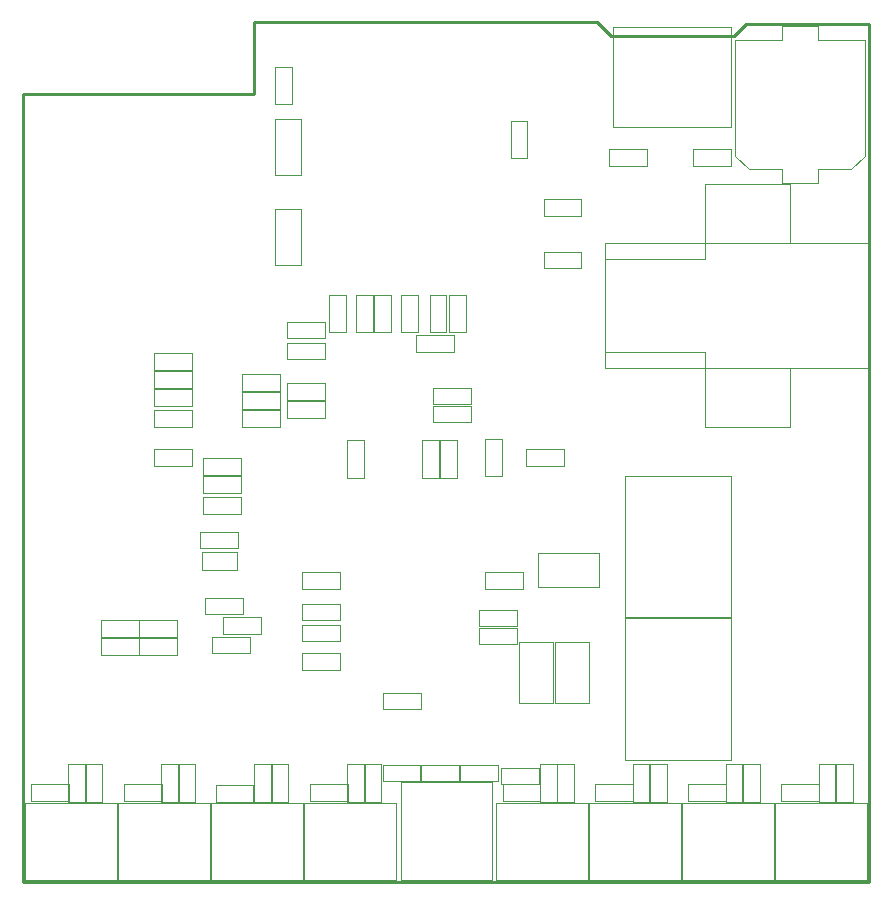
<source format=gbr>
%TF.GenerationSoftware,KiCad,Pcbnew,(6.0.8)*%
%TF.CreationDate,2023-02-19T19:21:06+03:00*%
%TF.ProjectId,ESP32-GATEWAY_Rev_G,45535033-322d-4474-9154-455741595f52,0*%
%TF.SameCoordinates,PX4260300PY8558f68*%
%TF.FileFunction,Other,User*%
%FSLAX46Y46*%
G04 Gerber Fmt 4.6, Leading zero omitted, Abs format (unit mm)*
G04 Created by KiCad (PCBNEW (6.0.8)) date 2023-02-19 19:21:06*
%MOMM*%
%LPD*%
G01*
G04 APERTURE LIST*
%TA.AperFunction,Profile*%
%ADD10C,0.254000*%
%TD*%
%ADD11C,0.050800*%
%ADD12C,0.050000*%
G04 APERTURE END LIST*
D10*
X48650000Y72773492D02*
X49770000Y71659000D01*
X48650000Y72773492D02*
X19554000Y72769000D01*
X-4000Y66673000D02*
X0Y0D01*
X61200000Y72675000D02*
X71675000Y72675000D01*
X19554000Y66673000D02*
X19554000Y72769000D01*
X60184000Y71659000D02*
X61200000Y72675000D01*
X49770000Y71659000D02*
X60184000Y71659000D01*
X71675000Y72675000D02*
X71675000Y0D01*
X-4000Y66673000D02*
X19554000Y66673000D01*
X0Y0D02*
X71675000Y0D01*
D11*
X36762500Y37409660D02*
X36762500Y34214340D01*
X36762500Y34214340D02*
X35365500Y34214340D01*
X35365500Y37409660D02*
X36762500Y37409660D01*
X35365500Y34214340D02*
X35365500Y37409660D01*
X35238500Y34214340D02*
X33841500Y34214340D01*
X33841500Y37409660D02*
X35238500Y37409660D01*
X35238500Y37409660D02*
X35238500Y34214340D01*
X33841500Y34214340D02*
X33841500Y37409660D01*
X18131600Y27973560D02*
X18131600Y26378440D01*
X15134400Y27973560D02*
X18131600Y27973560D01*
X15134400Y26378440D02*
X15134400Y27973560D01*
X18131600Y26378440D02*
X15134400Y26378440D01*
X37524500Y46533340D02*
X36127500Y46533340D01*
X36127500Y49728660D02*
X37524500Y49728660D01*
X36127500Y46533340D02*
X36127500Y49728660D01*
X37524500Y49728660D02*
X37524500Y46533340D01*
X40572500Y37536660D02*
X40572500Y34341340D01*
X39175500Y37536660D02*
X40572500Y37536660D01*
X40572500Y34341340D02*
X39175500Y34341340D01*
X39175500Y34341340D02*
X39175500Y37536660D01*
X27491500Y34214340D02*
X27491500Y37409660D01*
X28888500Y34214340D02*
X27491500Y34214340D01*
X27491500Y37409660D02*
X28888500Y37409660D01*
X28888500Y37409660D02*
X28888500Y34214340D01*
X33323340Y46289500D02*
X36518660Y46289500D01*
X36518660Y46289500D02*
X36518660Y44892500D01*
X33323340Y44892500D02*
X33323340Y46289500D01*
X36518660Y44892500D02*
X33323340Y44892500D01*
X25596660Y44257500D02*
X22401340Y44257500D01*
X25596660Y45654500D02*
X25596660Y44257500D01*
X22401340Y45654500D02*
X25596660Y45654500D01*
X22401340Y44257500D02*
X22401340Y45654500D01*
X25596660Y39304500D02*
X22401340Y39304500D01*
X22401340Y40701500D02*
X25596660Y40701500D01*
X22401340Y39304500D02*
X22401340Y40701500D01*
X25596660Y40701500D02*
X25596660Y39304500D01*
X25596660Y40828500D02*
X22401340Y40828500D01*
X25596660Y42225500D02*
X25596660Y40828500D01*
X22401340Y40828500D02*
X22401340Y42225500D01*
X22401340Y42225500D02*
X25596660Y42225500D01*
X37915660Y41844500D02*
X37915660Y40447500D01*
X34720340Y40447500D02*
X34720340Y41844500D01*
X37915660Y40447500D02*
X34720340Y40447500D01*
X34720340Y41844500D02*
X37915660Y41844500D01*
X11098340Y43368500D02*
X11098340Y44765500D01*
X14293660Y43368500D02*
X11098340Y43368500D01*
X14293660Y44765500D02*
X14293660Y43368500D01*
X11098340Y44765500D02*
X14293660Y44765500D01*
X22792500Y65837340D02*
X21395500Y65837340D01*
X22792500Y69032660D02*
X22792500Y65837340D01*
X21395500Y69032660D02*
X22792500Y69032660D01*
X21395500Y65837340D02*
X21395500Y69032660D01*
X41334500Y61265340D02*
X41334500Y64460660D01*
X41334500Y64460660D02*
X42731500Y64460660D01*
X42731500Y61265340D02*
X41334500Y61265340D01*
X42731500Y64460660D02*
X42731500Y61265340D01*
X28253500Y49728660D02*
X29650500Y49728660D01*
X29650500Y49728660D02*
X29650500Y46533340D01*
X29650500Y46533340D02*
X28253500Y46533340D01*
X28253500Y46533340D02*
X28253500Y49728660D01*
X25967500Y49728660D02*
X27364500Y49728660D01*
X27364500Y49728660D02*
X27364500Y46533340D01*
X25967500Y46533340D02*
X25967500Y49728660D01*
X27364500Y46533340D02*
X25967500Y46533340D01*
X33460500Y46533340D02*
X32063500Y46533340D01*
X33460500Y49728660D02*
X33460500Y46533340D01*
X32063500Y46533340D02*
X32063500Y49728660D01*
X32063500Y49728660D02*
X33460500Y49728660D01*
X31174500Y46533340D02*
X29777500Y46533340D01*
X29777500Y49728660D02*
X31174500Y49728660D01*
X29777500Y46533340D02*
X29777500Y49728660D01*
X31174500Y49728660D02*
X31174500Y46533340D01*
X30529340Y16000000D02*
X33724660Y16000000D01*
X30529340Y14603000D02*
X30529340Y16000000D01*
X33724660Y16000000D02*
X33724660Y14603000D01*
X33724660Y14603000D02*
X30529340Y14603000D01*
X34720340Y40323500D02*
X37915660Y40323500D01*
X34720340Y38926500D02*
X34720340Y40323500D01*
X37915660Y40323500D02*
X37915660Y38926500D01*
X37915660Y38926500D02*
X34720340Y38926500D01*
X25596660Y46035500D02*
X22401340Y46035500D01*
X22401340Y46035500D02*
X22401340Y47432500D01*
X25596660Y47432500D02*
X25596660Y46035500D01*
X22401340Y47432500D02*
X25596660Y47432500D01*
X38657340Y20127500D02*
X38657340Y21524500D01*
X41852660Y21524500D02*
X41852660Y20127500D01*
X41852660Y20127500D02*
X38657340Y20127500D01*
X38657340Y21524500D02*
X41852660Y21524500D01*
X23671340Y23556500D02*
X26866660Y23556500D01*
X26866660Y23556500D02*
X26866660Y22159500D01*
X26866660Y22159500D02*
X23671340Y22159500D01*
X23671340Y22159500D02*
X23671340Y23556500D01*
X15035340Y29652500D02*
X18230660Y29652500D01*
X15035340Y28255500D02*
X15035340Y29652500D01*
X18230660Y28255500D02*
X15035340Y28255500D01*
X18230660Y29652500D02*
X18230660Y28255500D01*
X23574820Y52210240D02*
X21375180Y52210240D01*
X21375180Y57005760D02*
X23574820Y57005760D01*
X21375180Y52210240D02*
X21375180Y57005760D01*
X23574820Y57005760D02*
X23574820Y52210240D01*
X23574820Y64625760D02*
X23574820Y59830240D01*
X23574820Y59830240D02*
X21375180Y59830240D01*
X21375180Y59830240D02*
X21375180Y64625760D01*
X21375180Y64625760D02*
X23574820Y64625760D01*
X47297160Y53375500D02*
X47297160Y51978500D01*
X47297160Y51978500D02*
X44101840Y51978500D01*
X44101840Y51978500D02*
X44101840Y53375500D01*
X44101840Y53375500D02*
X47297160Y53375500D01*
X26866660Y26223500D02*
X26866660Y24826500D01*
X23671340Y24826500D02*
X23671340Y26223500D01*
X26866660Y24826500D02*
X23671340Y24826500D01*
X23671340Y26223500D02*
X26866660Y26223500D01*
X42360660Y26223500D02*
X42360660Y24826500D01*
X39165340Y26223500D02*
X42360660Y26223500D01*
X42360660Y24826500D02*
X39165340Y24826500D01*
X39165340Y24826500D02*
X39165340Y26223500D01*
X23671340Y19365500D02*
X26866660Y19365500D01*
X26866660Y17968500D02*
X23671340Y17968500D01*
X26866660Y19365500D02*
X26866660Y17968500D01*
X23671340Y17968500D02*
X23671340Y19365500D01*
X38657340Y21651500D02*
X38657340Y23048500D01*
X41852660Y23048500D02*
X41852660Y21651500D01*
X41852660Y21651500D02*
X38657340Y21651500D01*
X38657340Y23048500D02*
X41852660Y23048500D01*
X45789660Y36637500D02*
X45789660Y35240500D01*
X42594340Y35240500D02*
X42594340Y36637500D01*
X45789660Y35240500D02*
X42594340Y35240500D01*
X42594340Y36637500D02*
X45789660Y36637500D01*
X26866660Y21778500D02*
X26866660Y20381500D01*
X26866660Y20381500D02*
X23671340Y20381500D01*
X23671340Y21778500D02*
X26866660Y21778500D01*
X23671340Y20381500D02*
X23671340Y21778500D01*
X14293660Y41844500D02*
X11098340Y41844500D01*
X14293660Y43241500D02*
X14293660Y41844500D01*
X11098340Y43241500D02*
X14293660Y43241500D01*
X11098340Y41844500D02*
X11098340Y43241500D01*
X11098340Y41717500D02*
X14293660Y41717500D01*
X14293660Y40320500D02*
X11098340Y40320500D01*
X11098340Y40320500D02*
X11098340Y41717500D01*
X14293660Y41717500D02*
X14293660Y40320500D01*
X47297160Y57820500D02*
X47297160Y56423500D01*
X47297160Y56423500D02*
X44101840Y56423500D01*
X44101840Y56423500D02*
X44101840Y57820500D01*
X44101840Y57820500D02*
X47297160Y57820500D01*
X9828340Y20635500D02*
X13023660Y20635500D01*
X13023660Y20635500D02*
X13023660Y19238500D01*
X9828340Y19238500D02*
X9828340Y20635500D01*
X13023660Y19238500D02*
X9828340Y19238500D01*
X15289340Y34478500D02*
X15289340Y35875500D01*
X18484660Y34478500D02*
X15289340Y34478500D01*
X18484660Y35875500D02*
X18484660Y34478500D01*
X15289340Y35875500D02*
X18484660Y35875500D01*
X18591340Y42987500D02*
X21786660Y42987500D01*
X21786660Y42987500D02*
X21786660Y41590500D01*
X21786660Y41590500D02*
X18591340Y41590500D01*
X18591340Y41590500D02*
X18591340Y42987500D01*
X18591339Y39939500D02*
X21786659Y39939500D01*
X21786659Y38542500D02*
X18591339Y38542500D01*
X21786659Y39939500D02*
X21786659Y38542500D01*
X18591339Y38542500D02*
X18591339Y39939500D01*
X18591339Y40066500D02*
X18591339Y41463500D01*
X21786659Y40066500D02*
X18591339Y40066500D01*
X18591339Y41463500D02*
X21786659Y41463500D01*
X21786659Y41463500D02*
X21786659Y40066500D01*
X6653340Y20762500D02*
X6653340Y22159500D01*
X9848660Y20762500D02*
X6653340Y20762500D01*
X9848660Y22159500D02*
X9848660Y20762500D01*
X6653340Y22159500D02*
X9848660Y22159500D01*
X15289340Y32954500D02*
X15289340Y34351500D01*
X15289340Y34351500D02*
X18484660Y34351500D01*
X18484660Y34351500D02*
X18484660Y32954500D01*
X18484660Y32954500D02*
X15289340Y32954500D01*
X34476500Y49728660D02*
X35873500Y49728660D01*
X35873500Y49728660D02*
X35873500Y46533340D01*
X34476500Y46533340D02*
X34476500Y49728660D01*
X35873500Y46533340D02*
X34476500Y46533340D01*
X18484660Y31176500D02*
X15289340Y31176500D01*
X15289340Y32573500D02*
X18484660Y32573500D01*
X18484660Y32573500D02*
X18484660Y31176500D01*
X15289340Y31176500D02*
X15289340Y32573500D01*
X13023660Y22159500D02*
X13023660Y20762500D01*
X9828340Y20762500D02*
X9828340Y22159500D01*
X13023660Y20762500D02*
X9828340Y20762500D01*
X9828340Y22159500D02*
X13023660Y22159500D01*
X9848660Y20635500D02*
X9848660Y19238500D01*
X6653340Y19238500D02*
X6653340Y20635500D01*
X9848660Y19238500D02*
X6653340Y19238500D01*
X6653340Y20635500D02*
X9848660Y20635500D01*
X20135660Y22413500D02*
X20135660Y21016500D01*
X16940340Y22413500D02*
X20135660Y22413500D01*
X16940340Y21016500D02*
X16940340Y22413500D01*
X20135660Y21016500D02*
X16940340Y21016500D01*
X15416340Y24064500D02*
X18611660Y24064500D01*
X18611660Y24064500D02*
X18611660Y22667500D01*
X15416340Y22667500D02*
X15416340Y24064500D01*
X18611660Y22667500D02*
X15416340Y22667500D01*
X16051340Y20762500D02*
X19246660Y20762500D01*
X16051340Y19365500D02*
X16051340Y20762500D01*
X19246660Y20762500D02*
X19246660Y19365500D01*
X19246660Y19365500D02*
X16051340Y19365500D01*
X14293660Y38542500D02*
X11098340Y38542500D01*
X11098340Y39939500D02*
X14293660Y39939500D01*
X14293660Y39939500D02*
X14293660Y38542500D01*
X11098340Y38542500D02*
X11098340Y39939500D01*
X11098340Y36637500D02*
X14293660Y36637500D01*
X14293660Y36637500D02*
X14293660Y35240500D01*
X14293660Y35240500D02*
X11098340Y35240500D01*
X11098340Y35240500D02*
X11098340Y36637500D01*
X28868500Y6789061D02*
X27471500Y6789061D01*
X27471500Y9984381D02*
X28868500Y9984381D01*
X27471500Y6789061D02*
X27471500Y9984381D01*
X28868500Y9984381D02*
X28868500Y6789061D01*
X40222660Y8520680D02*
X37027340Y8520680D01*
X40222660Y9917680D02*
X40222660Y8520680D01*
X37027340Y8520680D02*
X37027340Y9917680D01*
X37027340Y9917680D02*
X40222660Y9917680D01*
X16327340Y8185329D02*
X19522660Y8185329D01*
X16327340Y6788329D02*
X16327340Y8185329D01*
X19522660Y6788329D02*
X16327340Y6788329D01*
X19522660Y8185329D02*
X19522660Y6788329D01*
D12*
X15830000Y6720000D02*
X8030000Y6720000D01*
X8030000Y160000D02*
X15830000Y160000D01*
X8030000Y6720000D02*
X8030000Y160000D01*
X15830000Y160000D02*
X15830000Y6720000D01*
D11*
X67424220Y8283500D02*
X67424220Y6886500D01*
X64228900Y8283500D02*
X67424220Y8283500D01*
X64228900Y6886500D02*
X64228900Y8283500D01*
X67424220Y6886500D02*
X64228900Y6886500D01*
X48813260Y24952200D02*
X43636740Y24952200D01*
X43636740Y24952200D02*
X43636740Y27847800D01*
X43636740Y27847800D02*
X48813260Y27847800D01*
X48813260Y27847800D02*
X48813260Y24952200D01*
X5258500Y6790700D02*
X3861500Y6790700D01*
X3861500Y6790700D02*
X3861500Y9986020D01*
X3861500Y9986020D02*
X5258500Y9986020D01*
X5258500Y9986020D02*
X5258500Y6790700D01*
D12*
X160000Y160000D02*
X7960000Y160000D01*
X160000Y6720000D02*
X160000Y160000D01*
X7960000Y160000D02*
X7960000Y6720000D01*
X7960000Y6720000D02*
X160000Y6720000D01*
D11*
X3882660Y8288500D02*
X3882660Y6891500D01*
X687340Y6891500D02*
X687340Y8288500D01*
X687340Y8288500D02*
X3882660Y8288500D01*
X3882660Y6891500D02*
X687340Y6891500D01*
D12*
X47960000Y6714115D02*
X47960000Y154115D01*
X55760000Y6714115D02*
X47960000Y6714115D01*
X55760000Y154115D02*
X55760000Y6714115D01*
X47960000Y154115D02*
X55760000Y154115D01*
X55830000Y6715112D02*
X55830000Y155112D01*
X55830000Y155112D02*
X63630000Y155112D01*
X63630000Y155112D02*
X63630000Y6715112D01*
X63630000Y6715112D02*
X55830000Y6715112D01*
D11*
X22473500Y6789989D02*
X21076500Y6789989D01*
X21076500Y6789989D02*
X21076500Y9985309D01*
X22473500Y9985309D02*
X22473500Y6789989D01*
X21076500Y9985309D02*
X22473500Y9985309D01*
D12*
X31570000Y156721D02*
X31570000Y6716721D01*
X31570000Y6716721D02*
X23770000Y6716721D01*
X23770000Y156721D02*
X31570000Y156721D01*
X23770000Y6716721D02*
X23770000Y156721D01*
D11*
X54533500Y6786455D02*
X53136500Y6786455D01*
X53136500Y9981775D02*
X54533500Y9981775D01*
X53136500Y6786455D02*
X53136500Y9981775D01*
X54533500Y9981775D02*
X54533500Y6786455D01*
X52847660Y62048500D02*
X52847660Y60651500D01*
X49652340Y62048500D02*
X52847660Y62048500D01*
X49652340Y60651500D02*
X49652340Y62048500D01*
X52847660Y60651500D02*
X49652340Y60651500D01*
X56358180Y6886612D02*
X56358180Y8283612D01*
X59553500Y6886612D02*
X56358180Y6886612D01*
X56358180Y8283612D02*
X59553500Y8283612D01*
X59553500Y8283612D02*
X59553500Y6886612D01*
D12*
X50975000Y10335000D02*
X59975000Y10335000D01*
X50975000Y22335000D02*
X50975000Y10335000D01*
X59975000Y22335000D02*
X50975000Y22335000D01*
X59975000Y10335000D02*
X59975000Y22335000D01*
D11*
X53058500Y9978495D02*
X53058500Y6783175D01*
X51661500Y6783175D02*
X51661500Y9978495D01*
X53058500Y6783175D02*
X51661500Y6783175D01*
X51661500Y9978495D02*
X53058500Y9978495D01*
X59531500Y9982772D02*
X60928500Y9982772D01*
X60928500Y6787452D02*
X59531500Y6787452D01*
X59531500Y6787452D02*
X59531500Y9982772D01*
X60928500Y9982772D02*
X60928500Y6787452D01*
D12*
X59967500Y22395000D02*
X59967500Y34395000D01*
X59967500Y34395000D02*
X50967500Y34395000D01*
X50967500Y22395000D02*
X59967500Y22395000D01*
X50967500Y34395000D02*
X50967500Y22395000D01*
D11*
X5336500Y9987660D02*
X6733500Y9987660D01*
X6733500Y6792340D02*
X5336500Y6792340D01*
X6733500Y9987660D02*
X6733500Y6792340D01*
X5336500Y6792340D02*
X5336500Y9987660D01*
X36942660Y8521500D02*
X33747340Y8521500D01*
X36942660Y9918500D02*
X36942660Y8521500D01*
X33747340Y8521500D02*
X33747340Y9918500D01*
X33747340Y9918500D02*
X36942660Y9918500D01*
X30343500Y6789061D02*
X28946500Y6789061D01*
X30343500Y9984381D02*
X30343500Y6789061D01*
X28946500Y9984381D02*
X30343500Y9984381D01*
X28946500Y6789061D02*
X28946500Y9984381D01*
X51681820Y8282615D02*
X51681820Y6885615D01*
X51681820Y6885615D02*
X48486500Y6885615D01*
X48486500Y6885615D02*
X48486500Y8282615D01*
X48486500Y8282615D02*
X51681820Y8282615D01*
D12*
X47890000Y6713893D02*
X40090000Y6713893D01*
X47890000Y153893D02*
X47890000Y6713893D01*
X40090000Y6713893D02*
X40090000Y153893D01*
X40090000Y153893D02*
X47890000Y153893D01*
D11*
X68799220Y6790620D02*
X67402220Y6790620D01*
X67402220Y9985940D02*
X68799220Y9985940D01*
X68799220Y9985940D02*
X68799220Y6790620D01*
X67402220Y6790620D02*
X67402220Y9985940D01*
D12*
X49315000Y43500000D02*
X71565000Y43500000D01*
X71565000Y54100000D02*
X49315000Y54100000D01*
X71565000Y43500000D02*
X71565000Y54100000D01*
X49315000Y54100000D02*
X49315000Y43500000D01*
D11*
X56727340Y60651500D02*
X56727340Y62048500D01*
X56727340Y62048500D02*
X59922660Y62048500D01*
X59922660Y62048500D02*
X59922660Y60651500D01*
X59922660Y60651500D02*
X56727340Y60651500D01*
D12*
X32000000Y165000D02*
X39700000Y165000D01*
X39700000Y8465000D02*
X32000000Y8465000D01*
X39700000Y165000D02*
X39700000Y8465000D01*
X32000000Y8465000D02*
X32000000Y165000D01*
D11*
X8558180Y8288500D02*
X11753500Y8288500D01*
X8558180Y6891500D02*
X8558180Y8288500D01*
X11753500Y6891500D02*
X8558180Y6891500D01*
X11753500Y8288500D02*
X11753500Y6891500D01*
X14603500Y9987660D02*
X14603500Y6792340D01*
X13206500Y9987660D02*
X14603500Y9987660D01*
X13206500Y6792340D02*
X13206500Y9987660D01*
X14603500Y6792340D02*
X13206500Y6792340D01*
X43697660Y9678500D02*
X43697660Y8281500D01*
X40502340Y8281500D02*
X40502340Y9678500D01*
X40502340Y9678500D02*
X43697660Y9678500D01*
X43697660Y8281500D02*
X40502340Y8281500D01*
X46663500Y6786233D02*
X45266500Y6786233D01*
X45266500Y6786233D02*
X45266500Y9981553D01*
X45266500Y9981553D02*
X46663500Y9981553D01*
X46663500Y9981553D02*
X46663500Y6786233D01*
X19601500Y9985309D02*
X20998500Y9985309D01*
X19601500Y6789989D02*
X19601500Y9985309D01*
X20998500Y6789989D02*
X19601500Y6789989D01*
X20998500Y9985309D02*
X20998500Y6789989D01*
X24298180Y6888221D02*
X24298180Y8285221D01*
X24298180Y8285221D02*
X27493500Y8285221D01*
X27493500Y8285221D02*
X27493500Y6888221D01*
X27493500Y6888221D02*
X24298180Y6888221D01*
D12*
X71510000Y155000D02*
X71510000Y6715000D01*
X71510000Y6715000D02*
X63710000Y6715000D01*
X63710000Y6715000D02*
X63710000Y155000D01*
X63710000Y155000D02*
X71510000Y155000D01*
D11*
X43813500Y8282393D02*
X43813500Y6885393D01*
X40618180Y6885393D02*
X40618180Y8282393D01*
X40618180Y8282393D02*
X43813500Y8282393D01*
X43813500Y6885393D02*
X40618180Y6885393D01*
D12*
X59975000Y72350000D02*
X49975000Y72350000D01*
X49975000Y72350000D02*
X49975000Y63950000D01*
X59975000Y63950000D02*
X59975000Y72350000D01*
X49975000Y63950000D02*
X59975000Y63950000D01*
D11*
X70274220Y9982660D02*
X70274220Y6787340D01*
X70274220Y6787340D02*
X68877220Y6787340D01*
X68877220Y9982660D02*
X70274220Y9982660D01*
X68877220Y6787340D02*
X68877220Y9982660D01*
X13128500Y6790700D02*
X11731500Y6790700D01*
X11731500Y9986020D02*
X13128500Y9986020D01*
X13128500Y9986020D02*
X13128500Y6790700D01*
X11731500Y6790700D02*
X11731500Y9986020D01*
X47922800Y15139340D02*
X45027200Y15139340D01*
X45027200Y20315860D02*
X47922800Y20315860D01*
X47922800Y20315860D02*
X47922800Y15139340D01*
X45027200Y15139340D02*
X45027200Y20315860D01*
X30472340Y8521500D02*
X30472340Y9918500D01*
X33667660Y8521500D02*
X30472340Y8521500D01*
X30472340Y9918500D02*
X33667660Y9918500D01*
X33667660Y9918500D02*
X33667660Y8521500D01*
X62403500Y9982772D02*
X62403500Y6787452D01*
X61006500Y9982772D02*
X62403500Y9982772D01*
X61006500Y6787452D02*
X61006500Y9982772D01*
X62403500Y6787452D02*
X61006500Y6787452D01*
X45188500Y9979913D02*
X45188500Y6784593D01*
X43791500Y9979913D02*
X45188500Y9979913D01*
X43791500Y6784593D02*
X43791500Y9979913D01*
X45188500Y6784593D02*
X43791500Y6784593D01*
D12*
X15900000Y6717649D02*
X15900000Y157649D01*
X15900000Y157649D02*
X23700000Y157649D01*
X23700000Y6717649D02*
X15900000Y6717649D01*
X23700000Y157649D02*
X23700000Y6717649D01*
X67310000Y71320000D02*
X71310000Y71320000D01*
X67310000Y59170000D02*
X67310000Y60320000D01*
X70160000Y60320000D02*
X71310000Y61470000D01*
X64310000Y71320000D02*
X64310000Y72470000D01*
X64310000Y60320000D02*
X64310000Y59170000D01*
X60310000Y61470000D02*
X60310000Y71320000D01*
X67310000Y60320000D02*
X70160000Y60320000D01*
X61460000Y60320000D02*
X64310000Y60320000D01*
X67310000Y72470000D02*
X67310000Y71320000D01*
X71310000Y61470000D02*
X71310000Y71320000D01*
X64310000Y72470000D02*
X67310000Y72470000D01*
X61460000Y60320000D02*
X60310000Y61470000D01*
X64310000Y59170000D02*
X67310000Y59170000D01*
X60310000Y71320000D02*
X64310000Y71320000D01*
X57765000Y59100000D02*
X57765000Y52750000D01*
X49315000Y44850000D02*
X49315000Y48800000D01*
X64965000Y54100000D02*
X64965000Y59100000D01*
X64965000Y59100000D02*
X57765000Y59100000D01*
X71565000Y48800000D02*
X71565000Y43500000D01*
X71565000Y48800000D02*
X71565000Y54100000D01*
X57765000Y44850000D02*
X49315000Y44850000D01*
X64965000Y38500000D02*
X57765000Y38500000D01*
X57765000Y38500000D02*
X57765000Y44850000D01*
X71565000Y54100000D02*
X64965000Y54100000D01*
X71565000Y43500000D02*
X64965000Y43500000D01*
X49315000Y52750000D02*
X49315000Y48800000D01*
X57765000Y52750000D02*
X49315000Y52750000D01*
X64965000Y43500000D02*
X64965000Y38500000D01*
D11*
X41977200Y15139340D02*
X41977200Y20315860D01*
X44872800Y15139340D02*
X41977200Y15139340D01*
X44872800Y20315860D02*
X44872800Y15139340D01*
X41977200Y20315860D02*
X44872800Y20315860D01*
M02*

</source>
